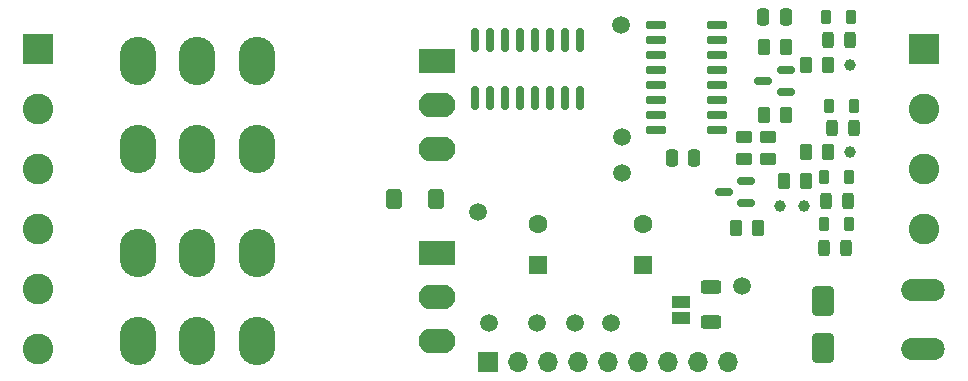
<source format=gbr>
%TF.GenerationSoftware,KiCad,Pcbnew,7.0.10*%
%TF.CreationDate,2024-03-19T21:59:50+01:00*%
%TF.ProjectId,2in-2out_2.0,32696e2d-326f-4757-945f-322e302e6b69,rev?*%
%TF.SameCoordinates,Original*%
%TF.FileFunction,Soldermask,Top*%
%TF.FilePolarity,Negative*%
%FSLAX46Y46*%
G04 Gerber Fmt 4.6, Leading zero omitted, Abs format (unit mm)*
G04 Created by KiCad (PCBNEW 7.0.10) date 2024-03-19 21:59:50*
%MOMM*%
%LPD*%
G01*
G04 APERTURE LIST*
G04 Aperture macros list*
%AMRoundRect*
0 Rectangle with rounded corners*
0 $1 Rounding radius*
0 $2 $3 $4 $5 $6 $7 $8 $9 X,Y pos of 4 corners*
0 Add a 4 corners polygon primitive as box body*
4,1,4,$2,$3,$4,$5,$6,$7,$8,$9,$2,$3,0*
0 Add four circle primitives for the rounded corners*
1,1,$1+$1,$2,$3*
1,1,$1+$1,$4,$5*
1,1,$1+$1,$6,$7*
1,1,$1+$1,$8,$9*
0 Add four rect primitives between the rounded corners*
20,1,$1+$1,$2,$3,$4,$5,0*
20,1,$1+$1,$4,$5,$6,$7,0*
20,1,$1+$1,$6,$7,$8,$9,0*
20,1,$1+$1,$8,$9,$2,$3,0*%
G04 Aperture macros list end*
%ADD10O,3.683000X1.892300*%
%ADD11O,3.101600X4.101600*%
%ADD12RoundRect,0.050800X-1.500000X-1.000000X1.500000X-1.000000X1.500000X1.000000X-1.500000X1.000000X0*%
%ADD13O,3.101600X2.101600*%
%ADD14R,1.600000X1.600000*%
%ADD15C,1.600000*%
%ADD16C,1.500000*%
%ADD17RoundRect,0.250000X0.400000X0.600000X-0.400000X0.600000X-0.400000X-0.600000X0.400000X-0.600000X0*%
%ADD18RoundRect,0.218750X-0.218750X-0.381250X0.218750X-0.381250X0.218750X0.381250X-0.218750X0.381250X0*%
%ADD19RoundRect,0.250000X0.262500X0.450000X-0.262500X0.450000X-0.262500X-0.450000X0.262500X-0.450000X0*%
%ADD20C,1.000000*%
%ADD21RoundRect,0.243750X0.243750X0.456250X-0.243750X0.456250X-0.243750X-0.456250X0.243750X-0.456250X0*%
%ADD22R,1.700000X1.700000*%
%ADD23O,1.700000X1.700000*%
%ADD24RoundRect,0.250000X-0.250000X-0.475000X0.250000X-0.475000X0.250000X0.475000X-0.250000X0.475000X0*%
%ADD25RoundRect,0.150000X-0.150000X0.825000X-0.150000X-0.825000X0.150000X-0.825000X0.150000X0.825000X0*%
%ADD26RoundRect,0.250000X0.250000X0.475000X-0.250000X0.475000X-0.250000X-0.475000X0.250000X-0.475000X0*%
%ADD27R,1.500000X1.000000*%
%ADD28RoundRect,0.250000X-0.450000X0.262500X-0.450000X-0.262500X0.450000X-0.262500X0.450000X0.262500X0*%
%ADD29RoundRect,0.250000X-0.650000X1.000000X-0.650000X-1.000000X0.650000X-1.000000X0.650000X1.000000X0*%
%ADD30RoundRect,0.250000X0.625000X-0.312500X0.625000X0.312500X-0.625000X0.312500X-0.625000X-0.312500X0*%
%ADD31RoundRect,0.150000X0.587500X0.150000X-0.587500X0.150000X-0.587500X-0.150000X0.587500X-0.150000X0*%
%ADD32RoundRect,0.250000X0.450000X-0.262500X0.450000X0.262500X-0.450000X0.262500X-0.450000X-0.262500X0*%
%ADD33R,2.600000X2.600000*%
%ADD34C,2.600000*%
%ADD35RoundRect,0.150000X-0.725000X-0.150000X0.725000X-0.150000X0.725000X0.150000X-0.725000X0.150000X0*%
G04 APERTURE END LIST*
D10*
%TO.C,X9*%
X186278558Y-59910797D03*
X186278558Y-64910797D03*
%TD*%
D11*
%TO.C,K2*%
X124790000Y-48000000D03*
X124790000Y-40500000D03*
X129830000Y-48000000D03*
X129830000Y-40500000D03*
X119750000Y-48000000D03*
X119750000Y-40500000D03*
D12*
X145090000Y-40500000D03*
D13*
X145090000Y-48000000D03*
X145090000Y-44250000D03*
%TD*%
D14*
%TO.C,C1*%
X162560000Y-57785000D03*
D15*
X162560000Y-54285000D03*
%TD*%
D16*
%TO.C,TP7*%
X170942000Y-59563000D03*
%TD*%
D17*
%TO.C,D8*%
X145000000Y-52250000D03*
X141500000Y-52250000D03*
%TD*%
D18*
%TO.C,FB3*%
X177882500Y-50346250D03*
X180007500Y-50346250D03*
%TD*%
D16*
%TO.C,TP6*%
X160750000Y-50000000D03*
%TD*%
D18*
%TO.C,FB1*%
X178007500Y-36830000D03*
X180132500Y-36830000D03*
%TD*%
D19*
%TO.C,R4*%
X176320000Y-50673000D03*
X174495000Y-50673000D03*
%TD*%
D20*
%TO.C,TP10*%
X180086000Y-40894000D03*
%TD*%
D21*
%TO.C,F2*%
X180437000Y-46228000D03*
X178562000Y-46228000D03*
%TD*%
D20*
%TO.C,TP12*%
X176149000Y-52832000D03*
%TD*%
D22*
%TO.C,J1*%
X149460000Y-66000000D03*
D23*
X152000000Y-66000000D03*
X154540000Y-66000000D03*
X157080000Y-66000000D03*
X159620000Y-66000000D03*
X162160000Y-66000000D03*
X164700000Y-66000000D03*
X167240000Y-66000000D03*
X169780000Y-66000000D03*
%TD*%
D24*
%TO.C,C5*%
X172720000Y-36830000D03*
X174620000Y-36830000D03*
%TD*%
D19*
%TO.C,R2*%
X178204500Y-40894000D03*
X176379500Y-40894000D03*
%TD*%
D25*
%TO.C,U1*%
X157195000Y-38735000D03*
X155925000Y-38735000D03*
X154655000Y-38735000D03*
X153385000Y-38735000D03*
X152115000Y-38735000D03*
X150845000Y-38735000D03*
X149575000Y-38735000D03*
X148305000Y-38735000D03*
X148305000Y-43685000D03*
X149575000Y-43685000D03*
X150845000Y-43685000D03*
X152115000Y-43685000D03*
X153385000Y-43685000D03*
X154655000Y-43685000D03*
X155925000Y-43685000D03*
X157195000Y-43685000D03*
%TD*%
D16*
%TO.C,TP9*%
X153560000Y-62738000D03*
%TD*%
D18*
%TO.C,FB4*%
X177882500Y-54346250D03*
X180007500Y-54346250D03*
%TD*%
D11*
%TO.C,K1*%
X124790000Y-64250000D03*
X124790000Y-56750000D03*
X129830000Y-64250000D03*
X129830000Y-56750000D03*
X119750000Y-64250000D03*
X119750000Y-56750000D03*
D12*
X145090000Y-56750000D03*
D13*
X145090000Y-64250000D03*
X145090000Y-60500000D03*
%TD*%
D26*
%TO.C,C6*%
X166878000Y-48768000D03*
X164978000Y-48768000D03*
%TD*%
D27*
%TO.C,SJ1*%
X165735000Y-62245000D03*
X165735000Y-60945000D03*
%TD*%
D20*
%TO.C,TP13*%
X174117000Y-52832000D03*
%TD*%
D16*
%TO.C,TP1*%
X149500000Y-62738000D03*
%TD*%
D18*
%TO.C,FB2*%
X178308000Y-44323000D03*
X180433000Y-44323000D03*
%TD*%
D28*
%TO.C,R9*%
X171069000Y-46966500D03*
X171069000Y-48791500D03*
%TD*%
D16*
%TO.C,TP8*%
X156810000Y-62738000D03*
%TD*%
D29*
%TO.C,D1*%
X177800000Y-60865000D03*
X177800000Y-64865000D03*
%TD*%
D30*
%TO.C,R1*%
X168275000Y-62615000D03*
X168275000Y-59690000D03*
%TD*%
D31*
%TO.C,D6*%
X174625000Y-43180000D03*
X174625000Y-41280000D03*
X172750000Y-42230000D03*
%TD*%
D16*
%TO.C,TP4*%
X160655000Y-37465000D03*
%TD*%
D20*
%TO.C,TP11*%
X180086000Y-48260000D03*
%TD*%
D21*
%TO.C,F4*%
X179745000Y-56346250D03*
X177870000Y-56346250D03*
%TD*%
D31*
%TO.C,D3*%
X171293000Y-52590500D03*
X171293000Y-50690500D03*
X169418000Y-51640500D03*
%TD*%
D19*
%TO.C,R6*%
X174625000Y-39370000D03*
X172800000Y-39370000D03*
%TD*%
%TO.C,R3*%
X178204500Y-48260000D03*
X176379500Y-48260000D03*
%TD*%
D32*
%TO.C,R8*%
X173101000Y-48791500D03*
X173101000Y-46966500D03*
%TD*%
D16*
%TO.C,TP5*%
X160750000Y-47000000D03*
%TD*%
D19*
%TO.C,R7*%
X174625000Y-45085000D03*
X172800000Y-45085000D03*
%TD*%
D21*
%TO.C,F1*%
X180086000Y-38783500D03*
X178211000Y-38783500D03*
%TD*%
D33*
%TO.C,J2*%
X186310558Y-39534639D03*
D34*
X186310558Y-44614639D03*
X186310558Y-49694639D03*
X186310558Y-54774639D03*
%TD*%
D14*
%TO.C,C2*%
X153670000Y-57785000D03*
D15*
X153670000Y-54285000D03*
%TD*%
D16*
%TO.C,TP3*%
X159810000Y-62738000D03*
%TD*%
D35*
%TO.C,U2*%
X163650000Y-37480000D03*
X163650000Y-38750000D03*
X163650000Y-40020000D03*
X163650000Y-41290000D03*
X163650000Y-42560000D03*
X163650000Y-43830000D03*
X163650000Y-45100000D03*
X163650000Y-46370000D03*
X168800000Y-46370000D03*
X168800000Y-45100000D03*
X168800000Y-43830000D03*
X168800000Y-42560000D03*
X168800000Y-41290000D03*
X168800000Y-40020000D03*
X168800000Y-38750000D03*
X168800000Y-37480000D03*
%TD*%
D21*
%TO.C,F3*%
X179882500Y-52346250D03*
X178007500Y-52346250D03*
%TD*%
D16*
%TO.C,TP2*%
X148590000Y-53340000D03*
%TD*%
D33*
%TO.C,J3*%
X111359754Y-39522704D03*
D34*
X111359754Y-44602704D03*
X111359754Y-49682704D03*
X111359754Y-54762704D03*
X111359754Y-59842704D03*
X111359754Y-64922704D03*
%TD*%
D19*
%TO.C,R5*%
X172262800Y-54660800D03*
X170437800Y-54660800D03*
%TD*%
M02*

</source>
